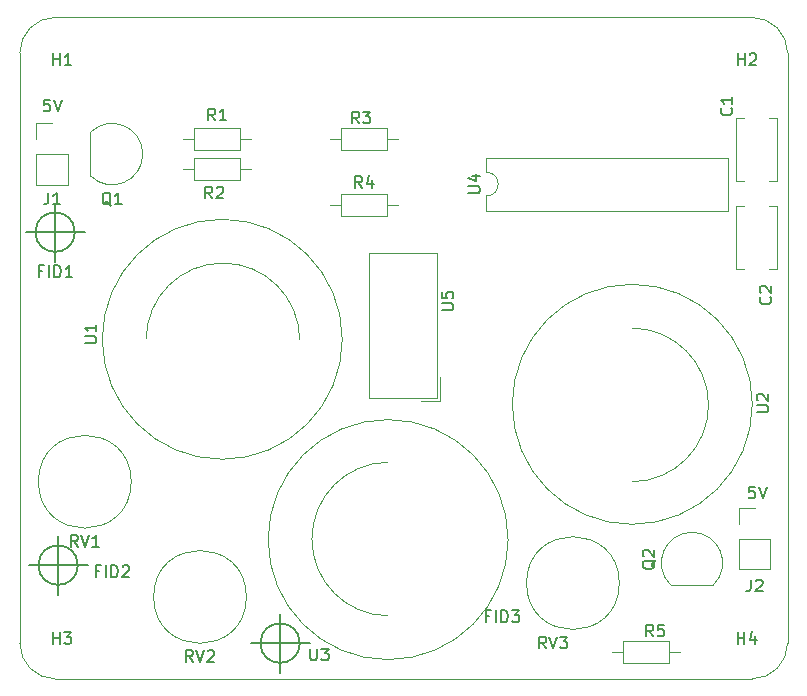
<source format=gbr>
%TF.GenerationSoftware,KiCad,Pcbnew,(5.1.0)-1*%
%TF.CreationDate,2021-12-23T09:16:39+02:00*%
%TF.ProjectId,RPI_HAT_sensors,5250495f-4841-4545-9f73-656e736f7273,rev?*%
%TF.SameCoordinates,Original*%
%TF.FileFunction,Legend,Top*%
%TF.FilePolarity,Positive*%
%FSLAX46Y46*%
G04 Gerber Fmt 4.6, Leading zero omitted, Abs format (unit mm)*
G04 Created by KiCad (PCBNEW (5.1.0)-1) date 2021-12-23 09:16:39*
%MOMM*%
%LPD*%
G04 APERTURE LIST*
%ADD10C,0.200000*%
%ADD11C,0.150000*%
%ADD12C,0.100000*%
%ADD13C,0.120000*%
G04 APERTURE END LIST*
D10*
X140779523Y-100544380D02*
X140303333Y-100544380D01*
X140255714Y-101020571D01*
X140303333Y-100972952D01*
X140398571Y-100925333D01*
X140636666Y-100925333D01*
X140731904Y-100972952D01*
X140779523Y-101020571D01*
X140827142Y-101115809D01*
X140827142Y-101353904D01*
X140779523Y-101449142D01*
X140731904Y-101496761D01*
X140636666Y-101544380D01*
X140398571Y-101544380D01*
X140303333Y-101496761D01*
X140255714Y-101449142D01*
X141112857Y-100544380D02*
X141446190Y-101544380D01*
X141779523Y-100544380D01*
X81089523Y-67778380D02*
X80613333Y-67778380D01*
X80565714Y-68254571D01*
X80613333Y-68206952D01*
X80708571Y-68159333D01*
X80946666Y-68159333D01*
X81041904Y-68206952D01*
X81089523Y-68254571D01*
X81137142Y-68349809D01*
X81137142Y-68587904D01*
X81089523Y-68683142D01*
X81041904Y-68730761D01*
X80946666Y-68778380D01*
X80708571Y-68778380D01*
X80613333Y-68730761D01*
X80565714Y-68683142D01*
X81422857Y-67778380D02*
X81756190Y-68778380D01*
X82089523Y-67778380D01*
D11*
X102250666Y-113792000D02*
G75*
G03X102250666Y-113792000I-1666666J0D01*
G01*
X98084000Y-113792000D02*
X103084000Y-113792000D01*
X100584000Y-111292000D02*
X100584000Y-116292000D01*
X83454666Y-107188000D02*
G75*
G03X83454666Y-107188000I-1666666J0D01*
G01*
X79288000Y-107188000D02*
X84288000Y-107188000D01*
X81788000Y-104688000D02*
X81788000Y-109688000D01*
X83200666Y-78994000D02*
G75*
G03X83200666Y-78994000I-1666666J0D01*
G01*
X79034000Y-78994000D02*
X84034000Y-78994000D01*
X81534000Y-76494000D02*
X81534000Y-81494000D01*
D12*
X78546356Y-63817611D02*
X78546356Y-113817611D01*
X78546356Y-63817611D02*
G75*
G02X81546356Y-60817611I3000000J0D01*
G01*
X140546356Y-60817611D02*
X81546356Y-60817611D01*
X140546356Y-60817611D02*
G75*
G02X143546356Y-63817611I0J-3000000D01*
G01*
X143546356Y-113817611D02*
X143546356Y-63817611D01*
X81546356Y-116817611D02*
G75*
G02X78546356Y-113817611I0J3000000D01*
G01*
X81546356Y-116817611D02*
X140546356Y-116817611D01*
X143546351Y-113822847D02*
G75*
G02X140546356Y-116817611I-2999995J5236D01*
G01*
D13*
X119888000Y-105029000D02*
G75*
G03X119888000Y-105029000I-10160000J0D01*
G01*
X109727999Y-111480599D02*
G75*
G02X109728001Y-98475801I50801J6502399D01*
G01*
X105847500Y-88067500D02*
G75*
G03X105847500Y-88067500I-10160000J0D01*
G01*
X89235901Y-88067499D02*
G75*
G02X102240699Y-88067501I6502399J-50801D01*
G01*
X130403601Y-87122001D02*
G75*
G02X130403599Y-100126799I-50801J-6502399D01*
G01*
X140563600Y-93573600D02*
G75*
G03X140563600Y-93573600I-10160000J0D01*
G01*
X118050000Y-73930000D02*
G75*
G02X118050000Y-75930000I0J-1000000D01*
G01*
X118050000Y-75930000D02*
X118050000Y-77180000D01*
X118050000Y-77180000D02*
X138490000Y-77180000D01*
X138490000Y-77180000D02*
X138490000Y-72680000D01*
X138490000Y-72680000D02*
X118050000Y-72680000D01*
X118050000Y-72680000D02*
X118050000Y-73930000D01*
X87978600Y-100126800D02*
G75*
G03X87978600Y-100126800I-3930000J0D01*
G01*
X97732200Y-109880400D02*
G75*
G03X97732200Y-109880400I-3930000J0D01*
G01*
X129304400Y-108712000D02*
G75*
G03X129304400Y-108712000I-3930000J0D01*
G01*
X79950000Y-74990000D02*
X82610000Y-74990000D01*
X79950000Y-72390000D02*
X79950000Y-74990000D01*
X82610000Y-72390000D02*
X82610000Y-74990000D01*
X79950000Y-72390000D02*
X82610000Y-72390000D01*
X79950000Y-71120000D02*
X79950000Y-69790000D01*
X79950000Y-69790000D02*
X81280000Y-69790000D01*
X84510000Y-70590000D02*
X84510000Y-74190000D01*
X84521522Y-70551522D02*
G75*
G02X88960000Y-72390000I1838478J-1838478D01*
G01*
X84521522Y-74228478D02*
G75*
G03X88960000Y-72390000I1838478J1838478D01*
G01*
X92380000Y-71120000D02*
X93330000Y-71120000D01*
X98120000Y-71120000D02*
X97170000Y-71120000D01*
X93330000Y-72040000D02*
X97170000Y-72040000D01*
X93330000Y-70200000D02*
X93330000Y-72040000D01*
X97170000Y-70200000D02*
X93330000Y-70200000D01*
X97170000Y-72040000D02*
X97170000Y-70200000D01*
X93330000Y-72740000D02*
X93330000Y-74580000D01*
X93330000Y-74580000D02*
X97170000Y-74580000D01*
X97170000Y-74580000D02*
X97170000Y-72740000D01*
X97170000Y-72740000D02*
X93330000Y-72740000D01*
X92380000Y-73660000D02*
X93330000Y-73660000D01*
X98120000Y-73660000D02*
X97170000Y-73660000D01*
X109616000Y-72040000D02*
X109616000Y-70200000D01*
X109616000Y-70200000D02*
X105776000Y-70200000D01*
X105776000Y-70200000D02*
X105776000Y-72040000D01*
X105776000Y-72040000D02*
X109616000Y-72040000D01*
X110566000Y-71120000D02*
X109616000Y-71120000D01*
X104826000Y-71120000D02*
X105776000Y-71120000D01*
X113868000Y-92998000D02*
X108128000Y-92998000D01*
X108118000Y-92998000D02*
X108118000Y-80738000D01*
X108118000Y-80738000D02*
X113878000Y-80738000D01*
X113878000Y-80738000D02*
X113878000Y-92988000D01*
X114158000Y-93278000D02*
X114158000Y-91278000D01*
X114158000Y-93278000D02*
X112548000Y-93278000D01*
X142665600Y-69324400D02*
X142665600Y-74664400D01*
X139223600Y-69324400D02*
X139223600Y-74664400D01*
X142665600Y-69324400D02*
X141999600Y-69324400D01*
X139889600Y-69324400D02*
X139223600Y-69324400D01*
X142665600Y-74664400D02*
X141999600Y-74664400D01*
X139889600Y-74664400D02*
X139223600Y-74664400D01*
X141999600Y-76770400D02*
X142665600Y-76770400D01*
X139223600Y-76770400D02*
X139889600Y-76770400D01*
X141999600Y-82110400D02*
X142665600Y-82110400D01*
X139223600Y-82110400D02*
X139889600Y-82110400D01*
X142665600Y-82110400D02*
X142665600Y-76770400D01*
X139223600Y-82110400D02*
X139223600Y-76770400D01*
X139436800Y-107552800D02*
X142096800Y-107552800D01*
X139436800Y-104952800D02*
X139436800Y-107552800D01*
X142096800Y-104952800D02*
X142096800Y-107552800D01*
X139436800Y-104952800D02*
X142096800Y-104952800D01*
X139436800Y-103682800D02*
X139436800Y-102352800D01*
X139436800Y-102352800D02*
X140766800Y-102352800D01*
X133658200Y-108860200D02*
X137258200Y-108860200D01*
X133619722Y-108848678D02*
G75*
G02X135458200Y-104410200I1838478J1838478D01*
G01*
X137296678Y-108848678D02*
G75*
G03X135458200Y-104410200I-1838478J1838478D01*
G01*
X105776000Y-75788000D02*
X105776000Y-77628000D01*
X105776000Y-77628000D02*
X109616000Y-77628000D01*
X109616000Y-77628000D02*
X109616000Y-75788000D01*
X109616000Y-75788000D02*
X105776000Y-75788000D01*
X104826000Y-76708000D02*
X105776000Y-76708000D01*
X110566000Y-76708000D02*
X109616000Y-76708000D01*
X128702000Y-114554000D02*
X129652000Y-114554000D01*
X134442000Y-114554000D02*
X133492000Y-114554000D01*
X129652000Y-115474000D02*
X133492000Y-115474000D01*
X129652000Y-113634000D02*
X129652000Y-115474000D01*
X133492000Y-113634000D02*
X129652000Y-113634000D01*
X133492000Y-115474000D02*
X133492000Y-113634000D01*
D11*
X103124095Y-114260380D02*
X103124095Y-115069904D01*
X103171714Y-115165142D01*
X103219333Y-115212761D01*
X103314571Y-115260380D01*
X103505047Y-115260380D01*
X103600285Y-115212761D01*
X103647904Y-115165142D01*
X103695523Y-115069904D01*
X103695523Y-114260380D01*
X104076476Y-114260380D02*
X104695523Y-114260380D01*
X104362190Y-114641333D01*
X104505047Y-114641333D01*
X104600285Y-114688952D01*
X104647904Y-114736571D01*
X104695523Y-114831809D01*
X104695523Y-115069904D01*
X104647904Y-115165142D01*
X104600285Y-115212761D01*
X104505047Y-115260380D01*
X104219333Y-115260380D01*
X104124095Y-115212761D01*
X104076476Y-115165142D01*
X81338095Y-64852380D02*
X81338095Y-63852380D01*
X81338095Y-64328571D02*
X81909523Y-64328571D01*
X81909523Y-64852380D02*
X81909523Y-63852380D01*
X82909523Y-64852380D02*
X82338095Y-64852380D01*
X82623809Y-64852380D02*
X82623809Y-63852380D01*
X82528571Y-63995238D01*
X82433333Y-64090476D01*
X82338095Y-64138095D01*
X139338095Y-64872380D02*
X139338095Y-63872380D01*
X139338095Y-64348571D02*
X139909523Y-64348571D01*
X139909523Y-64872380D02*
X139909523Y-63872380D01*
X140338095Y-63967619D02*
X140385714Y-63920000D01*
X140480952Y-63872380D01*
X140719047Y-63872380D01*
X140814285Y-63920000D01*
X140861904Y-63967619D01*
X140909523Y-64062857D01*
X140909523Y-64158095D01*
X140861904Y-64300952D01*
X140290476Y-64872380D01*
X140909523Y-64872380D01*
X81338095Y-113862380D02*
X81338095Y-112862380D01*
X81338095Y-113338571D02*
X81909523Y-113338571D01*
X81909523Y-113862380D02*
X81909523Y-112862380D01*
X82290476Y-112862380D02*
X82909523Y-112862380D01*
X82576190Y-113243333D01*
X82719047Y-113243333D01*
X82814285Y-113290952D01*
X82861904Y-113338571D01*
X82909523Y-113433809D01*
X82909523Y-113671904D01*
X82861904Y-113767142D01*
X82814285Y-113814761D01*
X82719047Y-113862380D01*
X82433333Y-113862380D01*
X82338095Y-113814761D01*
X82290476Y-113767142D01*
X139328095Y-113852380D02*
X139328095Y-112852380D01*
X139328095Y-113328571D02*
X139899523Y-113328571D01*
X139899523Y-113852380D02*
X139899523Y-112852380D01*
X140804285Y-113185714D02*
X140804285Y-113852380D01*
X140566190Y-112804761D02*
X140328095Y-113519047D01*
X140947142Y-113519047D01*
X84034380Y-88391904D02*
X84843904Y-88391904D01*
X84939142Y-88344285D01*
X84986761Y-88296666D01*
X85034380Y-88201428D01*
X85034380Y-88010952D01*
X84986761Y-87915714D01*
X84939142Y-87868095D01*
X84843904Y-87820476D01*
X84034380Y-87820476D01*
X85034380Y-86820476D02*
X85034380Y-87391904D01*
X85034380Y-87106190D02*
X84034380Y-87106190D01*
X84177238Y-87201428D01*
X84272476Y-87296666D01*
X84320095Y-87391904D01*
X140930380Y-94233904D02*
X141739904Y-94233904D01*
X141835142Y-94186285D01*
X141882761Y-94138666D01*
X141930380Y-94043428D01*
X141930380Y-93852952D01*
X141882761Y-93757714D01*
X141835142Y-93710095D01*
X141739904Y-93662476D01*
X140930380Y-93662476D01*
X141025619Y-93233904D02*
X140978000Y-93186285D01*
X140930380Y-93091047D01*
X140930380Y-92852952D01*
X140978000Y-92757714D01*
X141025619Y-92710095D01*
X141120857Y-92662476D01*
X141216095Y-92662476D01*
X141358952Y-92710095D01*
X141930380Y-93281523D01*
X141930380Y-92662476D01*
X116502380Y-75691904D02*
X117311904Y-75691904D01*
X117407142Y-75644285D01*
X117454761Y-75596666D01*
X117502380Y-75501428D01*
X117502380Y-75310952D01*
X117454761Y-75215714D01*
X117407142Y-75168095D01*
X117311904Y-75120476D01*
X116502380Y-75120476D01*
X116835714Y-74215714D02*
X117502380Y-74215714D01*
X116454761Y-74453809D02*
X117169047Y-74691904D01*
X117169047Y-74072857D01*
X83453361Y-105639180D02*
X83120028Y-105162990D01*
X82881933Y-105639180D02*
X82881933Y-104639180D01*
X83262885Y-104639180D01*
X83358123Y-104686800D01*
X83405742Y-104734419D01*
X83453361Y-104829657D01*
X83453361Y-104972514D01*
X83405742Y-105067752D01*
X83358123Y-105115371D01*
X83262885Y-105162990D01*
X82881933Y-105162990D01*
X83739076Y-104639180D02*
X84072409Y-105639180D01*
X84405742Y-104639180D01*
X85262885Y-105639180D02*
X84691457Y-105639180D01*
X84977171Y-105639180D02*
X84977171Y-104639180D01*
X84881933Y-104782038D01*
X84786695Y-104877276D01*
X84691457Y-104924895D01*
X93206961Y-115392780D02*
X92873628Y-114916590D01*
X92635533Y-115392780D02*
X92635533Y-114392780D01*
X93016485Y-114392780D01*
X93111723Y-114440400D01*
X93159342Y-114488019D01*
X93206961Y-114583257D01*
X93206961Y-114726114D01*
X93159342Y-114821352D01*
X93111723Y-114868971D01*
X93016485Y-114916590D01*
X92635533Y-114916590D01*
X93492676Y-114392780D02*
X93826009Y-115392780D01*
X94159342Y-114392780D01*
X94445057Y-114488019D02*
X94492676Y-114440400D01*
X94587914Y-114392780D01*
X94826009Y-114392780D01*
X94921247Y-114440400D01*
X94968866Y-114488019D01*
X95016485Y-114583257D01*
X95016485Y-114678495D01*
X94968866Y-114821352D01*
X94397438Y-115392780D01*
X95016485Y-115392780D01*
X123102761Y-114244380D02*
X122769428Y-113768190D01*
X122531333Y-114244380D02*
X122531333Y-113244380D01*
X122912285Y-113244380D01*
X123007523Y-113292000D01*
X123055142Y-113339619D01*
X123102761Y-113434857D01*
X123102761Y-113577714D01*
X123055142Y-113672952D01*
X123007523Y-113720571D01*
X122912285Y-113768190D01*
X122531333Y-113768190D01*
X123388476Y-113244380D02*
X123721809Y-114244380D01*
X124055142Y-113244380D01*
X124293238Y-113244380D02*
X124912285Y-113244380D01*
X124578952Y-113625333D01*
X124721809Y-113625333D01*
X124817047Y-113672952D01*
X124864666Y-113720571D01*
X124912285Y-113815809D01*
X124912285Y-114053904D01*
X124864666Y-114149142D01*
X124817047Y-114196761D01*
X124721809Y-114244380D01*
X124436095Y-114244380D01*
X124340857Y-114196761D01*
X124293238Y-114149142D01*
X80946666Y-75652380D02*
X80946666Y-76366666D01*
X80899047Y-76509523D01*
X80803809Y-76604761D01*
X80660952Y-76652380D01*
X80565714Y-76652380D01*
X81946666Y-76652380D02*
X81375238Y-76652380D01*
X81660952Y-76652380D02*
X81660952Y-75652380D01*
X81565714Y-75795238D01*
X81470476Y-75890476D01*
X81375238Y-75938095D01*
X86264761Y-76747619D02*
X86169523Y-76700000D01*
X86074285Y-76604761D01*
X85931428Y-76461904D01*
X85836190Y-76414285D01*
X85740952Y-76414285D01*
X85788571Y-76652380D02*
X85693333Y-76604761D01*
X85598095Y-76509523D01*
X85550476Y-76319047D01*
X85550476Y-75985714D01*
X85598095Y-75795238D01*
X85693333Y-75700000D01*
X85788571Y-75652380D01*
X85979047Y-75652380D01*
X86074285Y-75700000D01*
X86169523Y-75795238D01*
X86217142Y-75985714D01*
X86217142Y-76319047D01*
X86169523Y-76509523D01*
X86074285Y-76604761D01*
X85979047Y-76652380D01*
X85788571Y-76652380D01*
X87169523Y-76652380D02*
X86598095Y-76652380D01*
X86883809Y-76652380D02*
X86883809Y-75652380D01*
X86788571Y-75795238D01*
X86693333Y-75890476D01*
X86598095Y-75938095D01*
X95083333Y-69540380D02*
X94750000Y-69064190D01*
X94511904Y-69540380D02*
X94511904Y-68540380D01*
X94892857Y-68540380D01*
X94988095Y-68588000D01*
X95035714Y-68635619D01*
X95083333Y-68730857D01*
X95083333Y-68873714D01*
X95035714Y-68968952D01*
X94988095Y-69016571D01*
X94892857Y-69064190D01*
X94511904Y-69064190D01*
X96035714Y-69540380D02*
X95464285Y-69540380D01*
X95750000Y-69540380D02*
X95750000Y-68540380D01*
X95654761Y-68683238D01*
X95559523Y-68778476D01*
X95464285Y-68826095D01*
X94829333Y-76144380D02*
X94496000Y-75668190D01*
X94257904Y-76144380D02*
X94257904Y-75144380D01*
X94638857Y-75144380D01*
X94734095Y-75192000D01*
X94781714Y-75239619D01*
X94829333Y-75334857D01*
X94829333Y-75477714D01*
X94781714Y-75572952D01*
X94734095Y-75620571D01*
X94638857Y-75668190D01*
X94257904Y-75668190D01*
X95210285Y-75239619D02*
X95257904Y-75192000D01*
X95353142Y-75144380D01*
X95591238Y-75144380D01*
X95686476Y-75192000D01*
X95734095Y-75239619D01*
X95781714Y-75334857D01*
X95781714Y-75430095D01*
X95734095Y-75572952D01*
X95162666Y-76144380D01*
X95781714Y-76144380D01*
X107275333Y-69794380D02*
X106942000Y-69318190D01*
X106703904Y-69794380D02*
X106703904Y-68794380D01*
X107084857Y-68794380D01*
X107180095Y-68842000D01*
X107227714Y-68889619D01*
X107275333Y-68984857D01*
X107275333Y-69127714D01*
X107227714Y-69222952D01*
X107180095Y-69270571D01*
X107084857Y-69318190D01*
X106703904Y-69318190D01*
X107608666Y-68794380D02*
X108227714Y-68794380D01*
X107894380Y-69175333D01*
X108037238Y-69175333D01*
X108132476Y-69222952D01*
X108180095Y-69270571D01*
X108227714Y-69365809D01*
X108227714Y-69603904D01*
X108180095Y-69699142D01*
X108132476Y-69746761D01*
X108037238Y-69794380D01*
X107751523Y-69794380D01*
X107656285Y-69746761D01*
X107608666Y-69699142D01*
X114260380Y-85597904D02*
X115069904Y-85597904D01*
X115165142Y-85550285D01*
X115212761Y-85502666D01*
X115260380Y-85407428D01*
X115260380Y-85216952D01*
X115212761Y-85121714D01*
X115165142Y-85074095D01*
X115069904Y-85026476D01*
X114260380Y-85026476D01*
X114260380Y-84074095D02*
X114260380Y-84550285D01*
X114736571Y-84597904D01*
X114688952Y-84550285D01*
X114641333Y-84455047D01*
X114641333Y-84216952D01*
X114688952Y-84121714D01*
X114736571Y-84074095D01*
X114831809Y-84026476D01*
X115069904Y-84026476D01*
X115165142Y-84074095D01*
X115212761Y-84121714D01*
X115260380Y-84216952D01*
X115260380Y-84455047D01*
X115212761Y-84550285D01*
X115165142Y-84597904D01*
X138787142Y-68492666D02*
X138834761Y-68540285D01*
X138882380Y-68683142D01*
X138882380Y-68778380D01*
X138834761Y-68921238D01*
X138739523Y-69016476D01*
X138644285Y-69064095D01*
X138453809Y-69111714D01*
X138310952Y-69111714D01*
X138120476Y-69064095D01*
X138025238Y-69016476D01*
X137930000Y-68921238D01*
X137882380Y-68778380D01*
X137882380Y-68683142D01*
X137930000Y-68540285D01*
X137977619Y-68492666D01*
X138882380Y-67540285D02*
X138882380Y-68111714D01*
X138882380Y-67826000D02*
X137882380Y-67826000D01*
X138025238Y-67921238D01*
X138120476Y-68016476D01*
X138168095Y-68111714D01*
X142089142Y-84494666D02*
X142136761Y-84542285D01*
X142184380Y-84685142D01*
X142184380Y-84780380D01*
X142136761Y-84923238D01*
X142041523Y-85018476D01*
X141946285Y-85066095D01*
X141755809Y-85113714D01*
X141612952Y-85113714D01*
X141422476Y-85066095D01*
X141327238Y-85018476D01*
X141232000Y-84923238D01*
X141184380Y-84780380D01*
X141184380Y-84685142D01*
X141232000Y-84542285D01*
X141279619Y-84494666D01*
X141279619Y-84113714D02*
X141232000Y-84066095D01*
X141184380Y-83970857D01*
X141184380Y-83732761D01*
X141232000Y-83637523D01*
X141279619Y-83589904D01*
X141374857Y-83542285D01*
X141470095Y-83542285D01*
X141612952Y-83589904D01*
X142184380Y-84161333D01*
X142184380Y-83542285D01*
X140433466Y-108418380D02*
X140433466Y-109132666D01*
X140385847Y-109275523D01*
X140290609Y-109370761D01*
X140147752Y-109418380D01*
X140052514Y-109418380D01*
X140862038Y-108513619D02*
X140909657Y-108466000D01*
X141004895Y-108418380D01*
X141242990Y-108418380D01*
X141338228Y-108466000D01*
X141385847Y-108513619D01*
X141433466Y-108608857D01*
X141433466Y-108704095D01*
X141385847Y-108846952D01*
X140814419Y-109418380D01*
X141433466Y-109418380D01*
X132373619Y-106775238D02*
X132326000Y-106870476D01*
X132230761Y-106965714D01*
X132087904Y-107108571D01*
X132040285Y-107203809D01*
X132040285Y-107299047D01*
X132278380Y-107251428D02*
X132230761Y-107346666D01*
X132135523Y-107441904D01*
X131945047Y-107489523D01*
X131611714Y-107489523D01*
X131421238Y-107441904D01*
X131326000Y-107346666D01*
X131278380Y-107251428D01*
X131278380Y-107060952D01*
X131326000Y-106965714D01*
X131421238Y-106870476D01*
X131611714Y-106822857D01*
X131945047Y-106822857D01*
X132135523Y-106870476D01*
X132230761Y-106965714D01*
X132278380Y-107060952D01*
X132278380Y-107251428D01*
X131373619Y-106441904D02*
X131326000Y-106394285D01*
X131278380Y-106299047D01*
X131278380Y-106060952D01*
X131326000Y-105965714D01*
X131373619Y-105918095D01*
X131468857Y-105870476D01*
X131564095Y-105870476D01*
X131706952Y-105918095D01*
X132278380Y-106489523D01*
X132278380Y-105870476D01*
X107529333Y-75240380D02*
X107196000Y-74764190D01*
X106957904Y-75240380D02*
X106957904Y-74240380D01*
X107338857Y-74240380D01*
X107434095Y-74288000D01*
X107481714Y-74335619D01*
X107529333Y-74430857D01*
X107529333Y-74573714D01*
X107481714Y-74668952D01*
X107434095Y-74716571D01*
X107338857Y-74764190D01*
X106957904Y-74764190D01*
X108386476Y-74573714D02*
X108386476Y-75240380D01*
X108148380Y-74192761D02*
X107910285Y-74907047D01*
X108529333Y-74907047D01*
X132167333Y-113228380D02*
X131834000Y-112752190D01*
X131595904Y-113228380D02*
X131595904Y-112228380D01*
X131976857Y-112228380D01*
X132072095Y-112276000D01*
X132119714Y-112323619D01*
X132167333Y-112418857D01*
X132167333Y-112561714D01*
X132119714Y-112656952D01*
X132072095Y-112704571D01*
X131976857Y-112752190D01*
X131595904Y-112752190D01*
X133072095Y-112228380D02*
X132595904Y-112228380D01*
X132548285Y-112704571D01*
X132595904Y-112656952D01*
X132691142Y-112609333D01*
X132929238Y-112609333D01*
X133024476Y-112656952D01*
X133072095Y-112704571D01*
X133119714Y-112799809D01*
X133119714Y-113037904D01*
X133072095Y-113133142D01*
X133024476Y-113180761D01*
X132929238Y-113228380D01*
X132691142Y-113228380D01*
X132595904Y-113180761D01*
X132548285Y-113133142D01*
X80462571Y-82288071D02*
X80129238Y-82288071D01*
X80129238Y-82811880D02*
X80129238Y-81811880D01*
X80605428Y-81811880D01*
X80986380Y-82811880D02*
X80986380Y-81811880D01*
X81462571Y-82811880D02*
X81462571Y-81811880D01*
X81700666Y-81811880D01*
X81843523Y-81859500D01*
X81938761Y-81954738D01*
X81986380Y-82049976D01*
X82034000Y-82240452D01*
X82034000Y-82383309D01*
X81986380Y-82573785D01*
X81938761Y-82669023D01*
X81843523Y-82764261D01*
X81700666Y-82811880D01*
X81462571Y-82811880D01*
X82986380Y-82811880D02*
X82414952Y-82811880D01*
X82700666Y-82811880D02*
X82700666Y-81811880D01*
X82605428Y-81954738D01*
X82510190Y-82049976D01*
X82414952Y-82097595D01*
X85288571Y-107688071D02*
X84955238Y-107688071D01*
X84955238Y-108211880D02*
X84955238Y-107211880D01*
X85431428Y-107211880D01*
X85812380Y-108211880D02*
X85812380Y-107211880D01*
X86288571Y-108211880D02*
X86288571Y-107211880D01*
X86526666Y-107211880D01*
X86669523Y-107259500D01*
X86764761Y-107354738D01*
X86812380Y-107449976D01*
X86860000Y-107640452D01*
X86860000Y-107783309D01*
X86812380Y-107973785D01*
X86764761Y-108069023D01*
X86669523Y-108164261D01*
X86526666Y-108211880D01*
X86288571Y-108211880D01*
X87240952Y-107307119D02*
X87288571Y-107259500D01*
X87383809Y-107211880D01*
X87621904Y-107211880D01*
X87717142Y-107259500D01*
X87764761Y-107307119D01*
X87812380Y-107402357D01*
X87812380Y-107497595D01*
X87764761Y-107640452D01*
X87193333Y-108211880D01*
X87812380Y-108211880D01*
X118308571Y-111498071D02*
X117975238Y-111498071D01*
X117975238Y-112021880D02*
X117975238Y-111021880D01*
X118451428Y-111021880D01*
X118832380Y-112021880D02*
X118832380Y-111021880D01*
X119308571Y-112021880D02*
X119308571Y-111021880D01*
X119546666Y-111021880D01*
X119689523Y-111069500D01*
X119784761Y-111164738D01*
X119832380Y-111259976D01*
X119880000Y-111450452D01*
X119880000Y-111593309D01*
X119832380Y-111783785D01*
X119784761Y-111879023D01*
X119689523Y-111974261D01*
X119546666Y-112021880D01*
X119308571Y-112021880D01*
X120213333Y-111021880D02*
X120832380Y-111021880D01*
X120499047Y-111402833D01*
X120641904Y-111402833D01*
X120737142Y-111450452D01*
X120784761Y-111498071D01*
X120832380Y-111593309D01*
X120832380Y-111831404D01*
X120784761Y-111926642D01*
X120737142Y-111974261D01*
X120641904Y-112021880D01*
X120356190Y-112021880D01*
X120260952Y-111974261D01*
X120213333Y-111926642D01*
M02*

</source>
